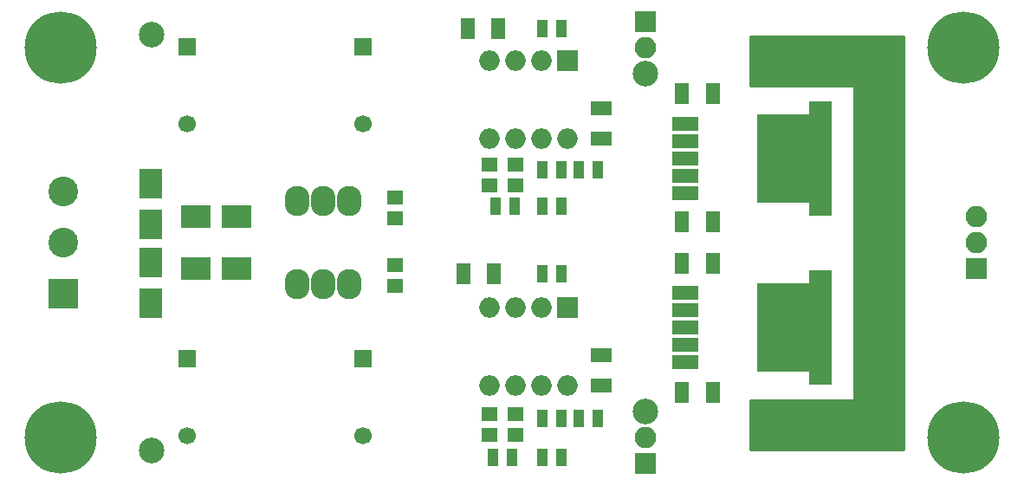
<source format=gbr>
G04 #@! TF.FileFunction,Soldermask,Top*
%FSLAX46Y46*%
G04 Gerber Fmt 4.6, Leading zero omitted, Abs format (unit mm)*
G04 Created by KiCad (PCBNEW 4.0.5-e0-6337~49~ubuntu15.04.1) date Thu Oct 26 22:14:57 2017*
%MOMM*%
%LPD*%
G01*
G04 APERTURE LIST*
%ADD10C,0.100000*%
%ADD11R,2.100000X2.100000*%
%ADD12O,2.100000X2.100000*%
%ADD13R,1.400000X2.000000*%
%ADD14C,7.050000*%
%ADD15R,2.000000X2.000000*%
%ADD16O,2.000000X2.000000*%
%ADD17R,2.000000X1.400000*%
%ADD18R,1.700000X1.700000*%
%ADD19C,1.700000*%
%ADD20R,1.650000X1.400000*%
%ADD21R,1.100000X1.700000*%
%ADD22R,2.560000X1.470000*%
%ADD23R,7.400000X8.730000*%
%ADD24R,2.310000X11.200000*%
%ADD25O,2.432000X2.940000*%
%ADD26C,2.900000*%
%ADD27R,2.900000X2.900000*%
%ADD28R,2.200000X2.900000*%
%ADD29R,2.900000X2.200000*%
%ADD30C,2.500000*%
%ADD31C,0.254000*%
G04 APERTURE END LIST*
D10*
D11*
X151765000Y-53340000D03*
D12*
X151765000Y-50800000D03*
X151765000Y-48260000D03*
D13*
X122960000Y-65405000D03*
X125960000Y-65405000D03*
D14*
X150495000Y-31750000D03*
X150495000Y-69850000D03*
D15*
X111760000Y-57150000D03*
D16*
X104140000Y-64770000D03*
X109220000Y-57150000D03*
X106680000Y-64770000D03*
X106680000Y-57150000D03*
X109220000Y-64770000D03*
X104140000Y-57150000D03*
X111760000Y-64770000D03*
D13*
X102005000Y-29845000D03*
X105005000Y-29845000D03*
D17*
X115062000Y-61770000D03*
X115062000Y-64770000D03*
D13*
X101600000Y-53848000D03*
X104600000Y-53848000D03*
D18*
X74649451Y-62162033D03*
D19*
X74649451Y-69662033D03*
D18*
X91794451Y-31682033D03*
D19*
X91794451Y-39182033D03*
D18*
X91794451Y-62162033D03*
D19*
X91794451Y-69662033D03*
D18*
X74649451Y-31682033D03*
D19*
X74649451Y-39182033D03*
D20*
X94906456Y-53014640D03*
X94906456Y-55014640D03*
X94906456Y-46410640D03*
X94906456Y-48410640D03*
D21*
X109286000Y-29845000D03*
X111186000Y-29845000D03*
X106614000Y-47244000D03*
X104714000Y-47244000D03*
X109286000Y-53848000D03*
X111186000Y-53848000D03*
X106360000Y-71755000D03*
X104460000Y-71755000D03*
X111186000Y-47244000D03*
X109286000Y-47244000D03*
X111186000Y-71755000D03*
X109286000Y-71755000D03*
X111186000Y-43688000D03*
X109286000Y-43688000D03*
X111186000Y-67945000D03*
X109286000Y-67945000D03*
X114742000Y-43688000D03*
X112842000Y-43688000D03*
X114742000Y-67945000D03*
X112842000Y-67945000D03*
D22*
X123305000Y-42545000D03*
X123305000Y-44245000D03*
X123305000Y-45945000D03*
X123305000Y-40845000D03*
X123305000Y-39145000D03*
D23*
X133975000Y-42545000D03*
D24*
X136525000Y-42545000D03*
D22*
X123305000Y-59055000D03*
X123305000Y-60755000D03*
X123305000Y-62455000D03*
X123305000Y-57355000D03*
X123305000Y-55655000D03*
D23*
X133975000Y-59055000D03*
D24*
X136525000Y-59055000D03*
D25*
X87884000Y-54864000D03*
X90424000Y-54864000D03*
X85344000Y-54864000D03*
X87884000Y-46736000D03*
X85344000Y-46736000D03*
X90424000Y-46736000D03*
D26*
X62484000Y-45800000D03*
D27*
X62484000Y-55800000D03*
D26*
X62484000Y-50800000D03*
D15*
X111760000Y-33020000D03*
D16*
X104140000Y-40640000D03*
X109220000Y-33020000D03*
X106680000Y-40640000D03*
X106680000Y-33020000D03*
X109220000Y-40640000D03*
X104140000Y-33020000D03*
X111760000Y-40640000D03*
D28*
X71088185Y-48990000D03*
X71088185Y-44990000D03*
X71088185Y-56733565D03*
X71088185Y-52733565D03*
D29*
X75470000Y-48260000D03*
X79470000Y-48260000D03*
X79470000Y-53340000D03*
X75470000Y-53340000D03*
D14*
X62230000Y-31750000D03*
X62230000Y-69850000D03*
D17*
X115046890Y-37616000D03*
X115046890Y-40616000D03*
D13*
X122960000Y-48768000D03*
X125960000Y-48768000D03*
X122960000Y-36195000D03*
X125960000Y-36195000D03*
X122960000Y-52832000D03*
X125960000Y-52832000D03*
D20*
X104140000Y-45196000D03*
X104140000Y-43196000D03*
X104140000Y-69580000D03*
X104140000Y-67580000D03*
X106680000Y-69580000D03*
X106680000Y-67580000D03*
X106680000Y-45196000D03*
X106680000Y-43196000D03*
D11*
X119380000Y-29210000D03*
D12*
X119380000Y-31750000D03*
D11*
X119380000Y-72390000D03*
D12*
X119380000Y-69850000D03*
D30*
X71120000Y-30480000D03*
X71120000Y-71120000D03*
X119380000Y-34290000D03*
X119380000Y-67310000D03*
D31*
G36*
X144653000Y-70993000D02*
X129667000Y-70993000D01*
X129667000Y-66167000D01*
X139700000Y-66167000D01*
X139749410Y-66156994D01*
X139791035Y-66128553D01*
X139818315Y-66086159D01*
X139827000Y-66040000D01*
X139827000Y-35560000D01*
X139816994Y-35510590D01*
X139788553Y-35468965D01*
X139746159Y-35441685D01*
X139700000Y-35433000D01*
X129667000Y-35433000D01*
X129667000Y-30607000D01*
X144653000Y-30607000D01*
X144653000Y-70993000D01*
X144653000Y-70993000D01*
G37*
X144653000Y-70993000D02*
X129667000Y-70993000D01*
X129667000Y-66167000D01*
X139700000Y-66167000D01*
X139749410Y-66156994D01*
X139791035Y-66128553D01*
X139818315Y-66086159D01*
X139827000Y-66040000D01*
X139827000Y-35560000D01*
X139816994Y-35510590D01*
X139788553Y-35468965D01*
X139746159Y-35441685D01*
X139700000Y-35433000D01*
X129667000Y-35433000D01*
X129667000Y-30607000D01*
X144653000Y-30607000D01*
X144653000Y-70993000D01*
M02*

</source>
